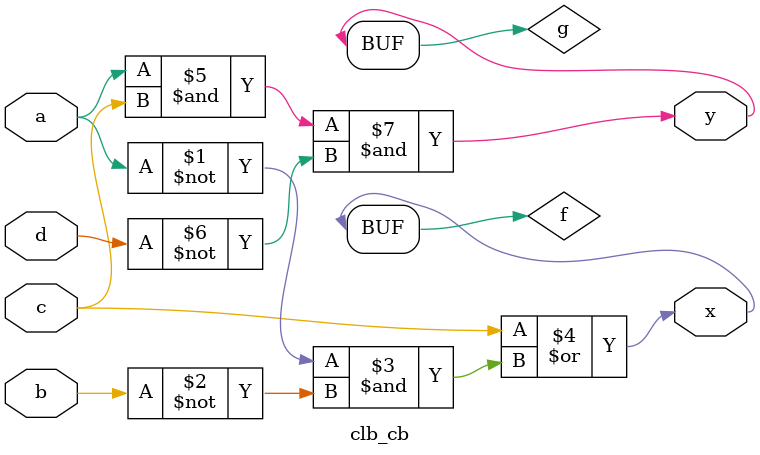
<source format=v>
module clb_cb(
	input a,
	input b,
	input c,
	input d,
	output x,
	output y
);
	
	wire f, g;
	
	assign f = c | ~a & ~b;
	assign g = a & c & ~d;
	assign x = f;
	assign y = g;
	
endmodule

</source>
